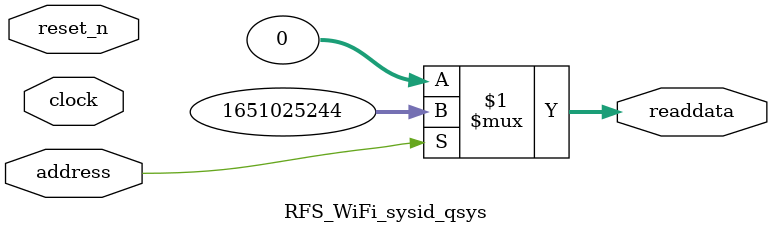
<source format=v>



// synthesis translate_off
`timescale 1ns / 1ps
// synthesis translate_on

// turn off superfluous verilog processor warnings 
// altera message_level Level1 
// altera message_off 10034 10035 10036 10037 10230 10240 10030 

module RFS_WiFi_sysid_qsys (
               // inputs:
                address,
                clock,
                reset_n,

               // outputs:
                readdata
             )
;

  output  [ 31: 0] readdata;
  input            address;
  input            clock;
  input            reset_n;

  wire    [ 31: 0] readdata;
  //control_slave, which is an e_avalon_slave
  assign readdata = address ? 1651025244 : 0;

endmodule



</source>
